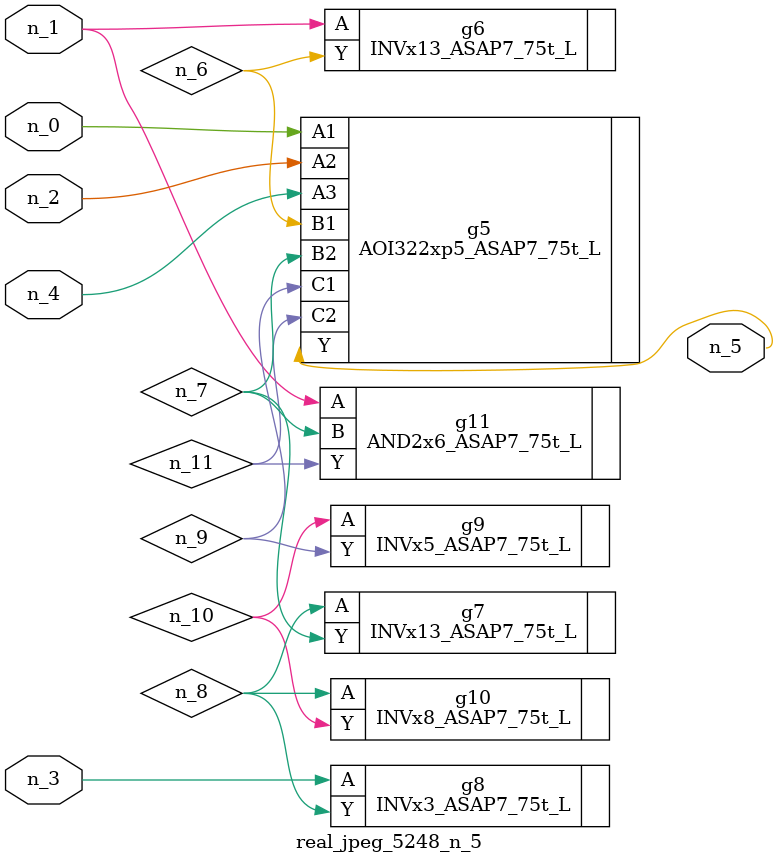
<source format=v>
module real_jpeg_5248_n_5 (n_4, n_0, n_1, n_2, n_3, n_5);

input n_4;
input n_0;
input n_1;
input n_2;
input n_3;

output n_5;

wire n_8;
wire n_11;
wire n_6;
wire n_7;
wire n_10;
wire n_9;

AOI322xp5_ASAP7_75t_L g5 ( 
.A1(n_0),
.A2(n_2),
.A3(n_4),
.B1(n_6),
.B2(n_7),
.C1(n_9),
.C2(n_11),
.Y(n_5)
);

INVx13_ASAP7_75t_L g6 ( 
.A(n_1),
.Y(n_6)
);

AND2x6_ASAP7_75t_L g11 ( 
.A(n_1),
.B(n_7),
.Y(n_11)
);

INVx3_ASAP7_75t_L g8 ( 
.A(n_3),
.Y(n_8)
);

INVx13_ASAP7_75t_L g7 ( 
.A(n_8),
.Y(n_7)
);

INVx8_ASAP7_75t_L g10 ( 
.A(n_8),
.Y(n_10)
);

INVx5_ASAP7_75t_L g9 ( 
.A(n_10),
.Y(n_9)
);


endmodule
</source>
